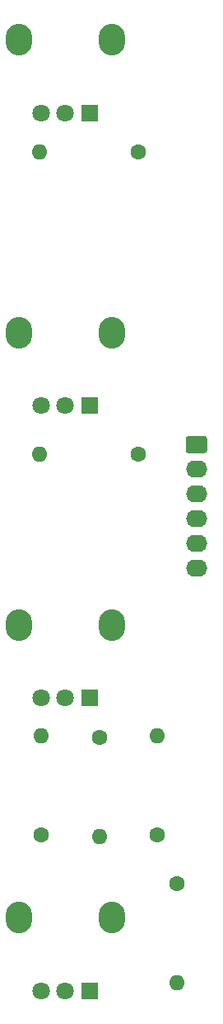
<source format=gbr>
%TF.GenerationSoftware,KiCad,Pcbnew,5.1.12-84ad8e8a86~92~ubuntu21.04.1*%
%TF.CreationDate,2021-11-06T20:56:35+01:00*%
%TF.ProjectId,control,636f6e74-726f-46c2-9e6b-696361645f70,v1.0.0*%
%TF.SameCoordinates,Original*%
%TF.FileFunction,Soldermask,Top*%
%TF.FilePolarity,Negative*%
%FSLAX46Y46*%
G04 Gerber Fmt 4.6, Leading zero omitted, Abs format (unit mm)*
G04 Created by KiCad (PCBNEW 5.1.12-84ad8e8a86~92~ubuntu21.04.1) date 2021-11-06 20:56:35*
%MOMM*%
%LPD*%
G01*
G04 APERTURE LIST*
%ADD10O,2.720000X3.240000*%
%ADD11C,1.800000*%
%ADD12R,1.800000X1.800000*%
%ADD13O,1.600000X1.600000*%
%ADD14C,1.600000*%
%ADD15O,2.190000X1.740000*%
G04 APERTURE END LIST*
D10*
%TO.C,RV7*%
X102300000Y-142500000D03*
X92700000Y-142500000D03*
D11*
X95000000Y-150000000D03*
X97500000Y-150000000D03*
D12*
X100000000Y-150000000D03*
%TD*%
D10*
%TO.C,RV6*%
X102300000Y-172500000D03*
X92700000Y-172500000D03*
D11*
X95000000Y-180000000D03*
X97500000Y-180000000D03*
D12*
X100000000Y-180000000D03*
%TD*%
D10*
%TO.C,RV5*%
X102300000Y-112500000D03*
X92700000Y-112500000D03*
D11*
X95000000Y-120000000D03*
X97500000Y-120000000D03*
D12*
X100000000Y-120000000D03*
%TD*%
D10*
%TO.C,RV4*%
X102300000Y-82500000D03*
X92700000Y-82500000D03*
D11*
X95000000Y-90000000D03*
X97500000Y-90000000D03*
D12*
X100000000Y-90000000D03*
%TD*%
D13*
%TO.C,R18*%
X95000000Y-153840000D03*
D14*
X95000000Y-164000000D03*
%TD*%
D13*
%TO.C,R17*%
X109000000Y-179160000D03*
D14*
X109000000Y-169000000D03*
%TD*%
D13*
%TO.C,R16*%
X94840000Y-125000000D03*
D14*
X105000000Y-125000000D03*
%TD*%
D13*
%TO.C,R15*%
X94840000Y-94000000D03*
D14*
X105000000Y-94000000D03*
%TD*%
D13*
%TO.C,R2*%
X101000000Y-164160000D03*
D14*
X101000000Y-154000000D03*
%TD*%
D13*
%TO.C,R1*%
X107000000Y-153840000D03*
D14*
X107000000Y-164000000D03*
%TD*%
D15*
%TO.C,J1*%
X111000000Y-136700000D03*
X111000000Y-134160000D03*
X111000000Y-131620000D03*
X111000000Y-129080000D03*
X111000000Y-126540000D03*
G36*
G01*
X110154999Y-123130000D02*
X111845001Y-123130000D01*
G75*
G02*
X112095000Y-123379999I0J-249999D01*
G01*
X112095000Y-124620001D01*
G75*
G02*
X111845001Y-124870000I-249999J0D01*
G01*
X110154999Y-124870000D01*
G75*
G02*
X109905000Y-124620001I0J249999D01*
G01*
X109905000Y-123379999D01*
G75*
G02*
X110154999Y-123130000I249999J0D01*
G01*
G37*
%TD*%
M02*

</source>
